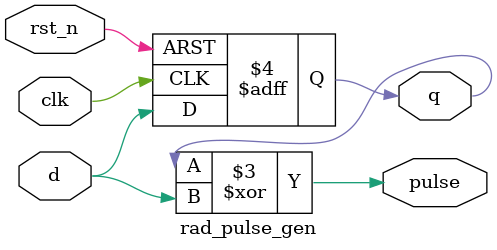
<source format=sv>


// Based on "Clock Domain Crossing (CDC) Design & Verification Techniques
// Using SystemVerilog" by Clifford E. Cummings, 2008"

`include "rad_timescale.svh"
`default_nettype none

//------------------------------------------------------------------------------
// plsgen: toggle-based pulse generator
//------------------------------------------------------------------------------
//
// d is a synchronous toggle input; q is the registered version.
// pulse is a 1-cycle pulse whenever d and q differ.
//
module rad_pulse_gen (
    output logic pulse,
    output logic q,
    input  logic d,
    input  logic clk,
    input  logic rst_n
);

  always_ff @(posedge clk or negedge rst_n) begin
    if (!rst_n) begin
      q <= 1'b0;
    end else begin
      q <= d;
    end
  end

  assign pulse = q ^ d;

endmodule

`default_nettype wire

</source>
